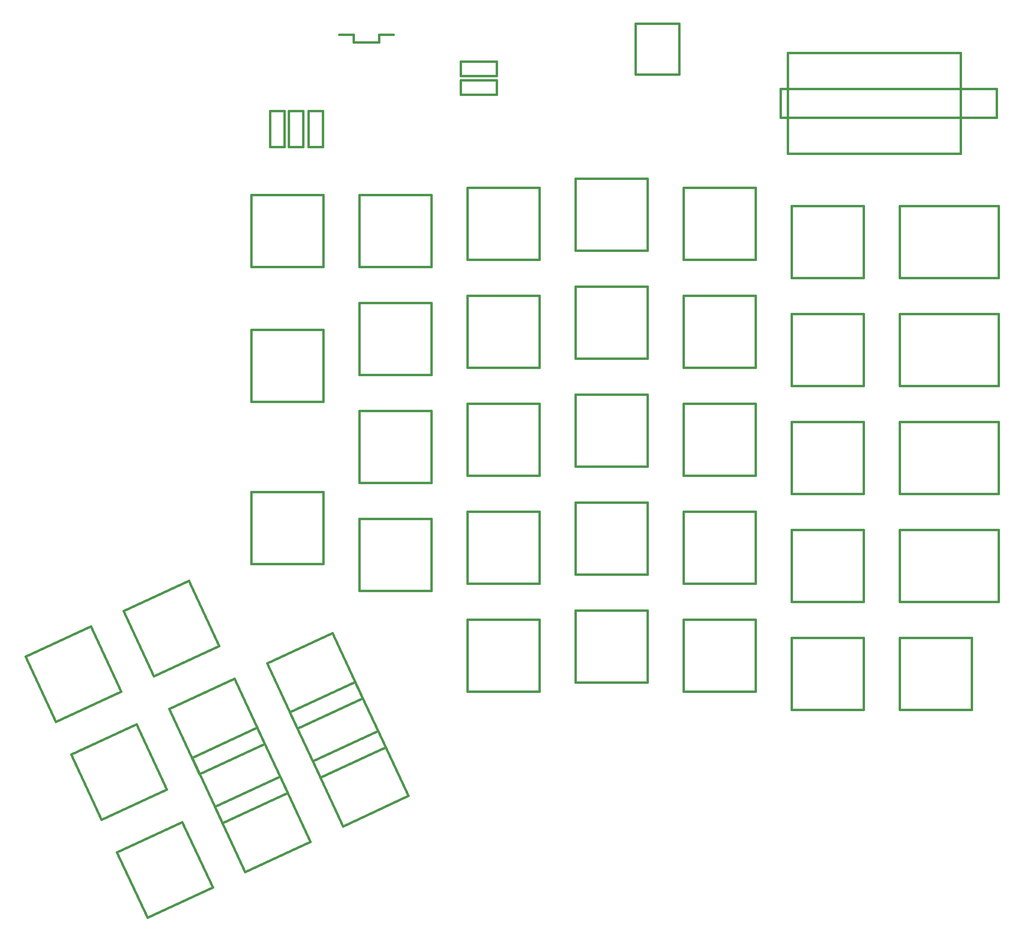
<source format=gbr>
%TF.GenerationSoftware,KiCad,Pcbnew,(5.1.6-0-10_14)*%
%TF.CreationDate,2021-03-26T17:56:54+08:00*%
%TF.ProjectId,ErgoDone,4572676f-446f-46e6-952e-6b696361645f,rev?*%
%TF.SameCoordinates,Original*%
%TF.FileFunction,Other,Comment*%
%FSLAX46Y46*%
G04 Gerber Fmt 4.6, Leading zero omitted, Abs format (unit mm)*
G04 Created by KiCad (PCBNEW (5.1.6-0-10_14)) date 2021-03-26 17:56:54*
%MOMM*%
%LPD*%
G01*
G04 APERTURE LIST*
%ADD10C,0.381000*%
G04 APERTURE END LIST*
D10*
%TO.C,SW0:8*%
X48891892Y-143658120D02*
X43524640Y-132148012D01*
X60402000Y-138290868D02*
X48891892Y-143658120D01*
X55034748Y-126780760D02*
X60402000Y-138290868D01*
X43524640Y-132148012D02*
X55034748Y-126780760D01*
%TO.C,J1*%
X141493240Y-28481020D02*
X133791960Y-28481020D01*
X141493240Y-37480240D02*
X141493240Y-28481020D01*
X133791960Y-37480240D02*
X141493240Y-37480240D01*
X133791960Y-28481020D02*
X133791960Y-37480240D01*
%TO.C,J2*%
X88557100Y-30480000D02*
X91109800Y-30480000D01*
X81508600Y-30480000D02*
X84061300Y-30480000D01*
X84061300Y-31775400D02*
X84061300Y-30480000D01*
X88557100Y-31775400D02*
X84061300Y-31775400D01*
X88557100Y-30480000D02*
X88557100Y-31775400D01*
%TO.C,R1*%
X102990000Y-35195000D02*
X102990000Y-37735000D01*
X109340000Y-35195000D02*
X102990000Y-35195000D01*
X109340000Y-37735000D02*
X109340000Y-35195000D01*
X102990000Y-37735000D02*
X109340000Y-37735000D01*
%TO.C,R2*%
X102997000Y-38481000D02*
X102997000Y-41021000D01*
X109347000Y-38481000D02*
X102997000Y-38481000D01*
X109347000Y-41021000D02*
X109347000Y-38481000D01*
X102997000Y-41021000D02*
X109347000Y-41021000D01*
%TO.C,RA1*%
X71935000Y-43890000D02*
X69395000Y-43890000D01*
X71935000Y-50240000D02*
X71935000Y-43890000D01*
X69395000Y-50240000D02*
X71935000Y-50240000D01*
X69395000Y-43890000D02*
X69395000Y-50240000D01*
%TO.C,RB1*%
X75235000Y-43890000D02*
X72695000Y-43890000D01*
X75235000Y-50240000D02*
X75235000Y-43890000D01*
X72695000Y-50240000D02*
X75235000Y-50240000D01*
X72695000Y-43890000D02*
X72695000Y-50240000D01*
%TO.C,RC1*%
X78635000Y-43890000D02*
X76095000Y-43890000D01*
X78635000Y-50240000D02*
X78635000Y-43890000D01*
X76095000Y-50240000D02*
X78635000Y-50240000D01*
X76095000Y-43890000D02*
X76095000Y-50240000D01*
%TO.C,SW0:7*%
X31627512Y-151707380D02*
X26260260Y-140197272D01*
X43137620Y-146340128D02*
X31627512Y-151707380D01*
X37770368Y-134830020D02*
X43137620Y-146340128D01*
X26260260Y-140197272D02*
X37770368Y-134830020D01*
%TO.C,SW0:9*%
X39676772Y-168971760D02*
X34309520Y-157461652D01*
X51186880Y-163604508D02*
X39676772Y-168971760D01*
X45819628Y-152094400D02*
X51186880Y-163604508D01*
X34309520Y-157461652D02*
X45819628Y-152094400D01*
%TO.C,SW0:10*%
X89741540Y-156136908D02*
X78231432Y-161504160D01*
X84374288Y-144626800D02*
X89741540Y-156136908D01*
X72864180Y-149994052D02*
X84374288Y-144626800D01*
X78231432Y-161504160D02*
X72864180Y-149994052D01*
%TO.C,SW0:11*%
X72477160Y-164188708D02*
X60967052Y-169555960D01*
X67109908Y-152678600D02*
X72477160Y-164188708D01*
X55599800Y-158045852D02*
X67109908Y-152678600D01*
X60967052Y-169555960D02*
X55599800Y-158045852D01*
%TO.C,SW0:12*%
X47728572Y-186238680D02*
X42361320Y-174728572D01*
X59238680Y-180871428D02*
X47728572Y-186238680D01*
X53871428Y-169361320D02*
X59238680Y-180871428D01*
X42361320Y-174728572D02*
X53871428Y-169361320D01*
%TO.C,SW1:9*%
X104140000Y-146377660D02*
X104140000Y-133677660D01*
X116840000Y-146377660D02*
X104140000Y-146377660D01*
X116840000Y-133677660D02*
X116840000Y-146377660D01*
X104140000Y-133677660D02*
X116840000Y-133677660D01*
%TO.C,SW1:10*%
X123190000Y-144780000D02*
X123190000Y-132080000D01*
X135890000Y-144780000D02*
X123190000Y-144780000D01*
X135890000Y-132080000D02*
X135890000Y-144780000D01*
X123190000Y-132080000D02*
X135890000Y-132080000D01*
%TO.C,SW1:11*%
X142240000Y-146377660D02*
X142240000Y-133677660D01*
X154940000Y-146377660D02*
X142240000Y-146377660D01*
X154940000Y-133677660D02*
X154940000Y-146377660D01*
X142240000Y-133677660D02*
X154940000Y-133677660D01*
%TO.C,SW1:12*%
X161290000Y-149552660D02*
X161290000Y-136852660D01*
X173990000Y-149552660D02*
X161290000Y-149552660D01*
X173990000Y-136852660D02*
X173990000Y-149552660D01*
X161290000Y-136852660D02*
X173990000Y-136852660D01*
%TO.C,SW1:13*%
X180340000Y-149552660D02*
X180340000Y-136852660D01*
X193040000Y-149552660D02*
X180340000Y-149552660D01*
X193040000Y-136852660D02*
X193040000Y-149552660D01*
X180340000Y-136852660D02*
X193040000Y-136852660D01*
%TO.C,SW2:7*%
X78740000Y-123835160D02*
X66040000Y-123835160D01*
X78740000Y-111135160D02*
X78740000Y-123835160D01*
X66040000Y-111135160D02*
X78740000Y-111135160D01*
X66040000Y-123835160D02*
X66040000Y-111135160D01*
%TO.C,SW2:8*%
X85090000Y-128597660D02*
X85090000Y-115897660D01*
X97790000Y-128597660D02*
X85090000Y-128597660D01*
X97790000Y-115897660D02*
X97790000Y-128597660D01*
X85090000Y-115897660D02*
X97790000Y-115897660D01*
%TO.C,SW2:9*%
X104140000Y-127327660D02*
X104140000Y-114627660D01*
X116840000Y-127327660D02*
X104140000Y-127327660D01*
X116840000Y-114627660D02*
X116840000Y-127327660D01*
X104140000Y-114627660D02*
X116840000Y-114627660D01*
%TO.C,SW2:10*%
X123190000Y-125730000D02*
X123190000Y-113030000D01*
X135890000Y-125730000D02*
X123190000Y-125730000D01*
X135890000Y-113030000D02*
X135890000Y-125730000D01*
X123190000Y-113030000D02*
X135890000Y-113030000D01*
%TO.C,SW2:11*%
X142240000Y-127327660D02*
X142240000Y-114627660D01*
X154940000Y-127327660D02*
X142240000Y-127327660D01*
X154940000Y-114627660D02*
X154940000Y-127327660D01*
X142240000Y-114627660D02*
X154940000Y-114627660D01*
%TO.C,SW2:12*%
X161290000Y-130502660D02*
X161290000Y-117802660D01*
X173990000Y-130502660D02*
X161290000Y-130502660D01*
X173990000Y-117802660D02*
X173990000Y-130502660D01*
X161290000Y-117802660D02*
X173990000Y-117802660D01*
%TO.C,SW3:8*%
X85090000Y-109547660D02*
X85090000Y-96847660D01*
X97790000Y-109547660D02*
X85090000Y-109547660D01*
X97790000Y-96847660D02*
X97790000Y-109547660D01*
X85090000Y-96847660D02*
X97790000Y-96847660D01*
%TO.C,SW3:9*%
X104140000Y-108277660D02*
X104140000Y-95577660D01*
X116840000Y-108277660D02*
X104140000Y-108277660D01*
X116840000Y-95577660D02*
X116840000Y-108277660D01*
X104140000Y-95577660D02*
X116840000Y-95577660D01*
%TO.C,SW3:10*%
X123190000Y-106680000D02*
X123190000Y-93980000D01*
X135890000Y-106680000D02*
X123190000Y-106680000D01*
X135890000Y-93980000D02*
X135890000Y-106680000D01*
X123190000Y-93980000D02*
X135890000Y-93980000D01*
%TO.C,SW3:11*%
X142240000Y-108277660D02*
X142240000Y-95577660D01*
X154940000Y-108277660D02*
X142240000Y-108277660D01*
X154940000Y-95577660D02*
X154940000Y-108277660D01*
X142240000Y-95577660D02*
X154940000Y-95577660D01*
%TO.C,SW3:12*%
X161290000Y-111452660D02*
X161290000Y-98752660D01*
X173990000Y-111452660D02*
X161290000Y-111452660D01*
X173990000Y-98752660D02*
X173990000Y-111452660D01*
X161290000Y-98752660D02*
X173990000Y-98752660D01*
%TO.C,SW4:7*%
X78740000Y-95260160D02*
X66040000Y-95260160D01*
X78740000Y-82560160D02*
X78740000Y-95260160D01*
X66040000Y-82560160D02*
X78740000Y-82560160D01*
X66040000Y-95260160D02*
X66040000Y-82560160D01*
%TO.C,SW4:8*%
X85090000Y-90497660D02*
X85090000Y-77797660D01*
X97790000Y-90497660D02*
X85090000Y-90497660D01*
X97790000Y-77797660D02*
X97790000Y-90497660D01*
X85090000Y-77797660D02*
X97790000Y-77797660D01*
%TO.C,SW4:9*%
X104140000Y-89227660D02*
X104140000Y-76527660D01*
X116840000Y-89227660D02*
X104140000Y-89227660D01*
X116840000Y-76527660D02*
X116840000Y-89227660D01*
X104140000Y-76527660D02*
X116840000Y-76527660D01*
%TO.C,SW4:10*%
X123190000Y-87630000D02*
X123190000Y-74930000D01*
X135890000Y-87630000D02*
X123190000Y-87630000D01*
X135890000Y-74930000D02*
X135890000Y-87630000D01*
X123190000Y-74930000D02*
X135890000Y-74930000D01*
%TO.C,SW4:11*%
X142240000Y-89227660D02*
X142240000Y-76527660D01*
X154940000Y-89227660D02*
X142240000Y-89227660D01*
X154940000Y-76527660D02*
X154940000Y-89227660D01*
X142240000Y-76527660D02*
X154940000Y-76527660D01*
%TO.C,SW4:12*%
X161290000Y-92402660D02*
X161290000Y-79702660D01*
X173990000Y-92402660D02*
X161290000Y-92402660D01*
X173990000Y-79702660D02*
X173990000Y-92402660D01*
X161290000Y-79702660D02*
X173990000Y-79702660D01*
%TO.C,SW4:13*%
X180340000Y-92402660D02*
X180340000Y-79702660D01*
X197802500Y-92402660D02*
X180340000Y-92402660D01*
X197802500Y-79702660D02*
X197802500Y-92402660D01*
X180340000Y-79702660D02*
X197802500Y-79702660D01*
%TO.C,SW5:7*%
X66040000Y-71450200D02*
X66040000Y-58750200D01*
X78740000Y-71450200D02*
X66040000Y-71450200D01*
X78740000Y-58750200D02*
X78740000Y-71450200D01*
X66040000Y-58750200D02*
X78740000Y-58750200D01*
%TO.C,SW5:8*%
X85090000Y-71450200D02*
X85090000Y-58750200D01*
X97790000Y-71450200D02*
X85090000Y-71450200D01*
X97790000Y-58750200D02*
X97790000Y-71450200D01*
X85090000Y-58750200D02*
X97790000Y-58750200D01*
%TO.C,SW5:9*%
X104140000Y-70177660D02*
X104140000Y-57477660D01*
X116840000Y-70177660D02*
X104140000Y-70177660D01*
X116840000Y-57477660D02*
X116840000Y-70177660D01*
X104140000Y-57477660D02*
X116840000Y-57477660D01*
%TO.C,SW5:10*%
X123190000Y-68580000D02*
X123190000Y-55880000D01*
X135890000Y-68580000D02*
X123190000Y-68580000D01*
X135890000Y-55880000D02*
X135890000Y-68580000D01*
X123190000Y-55880000D02*
X135890000Y-55880000D01*
%TO.C,SW5:11*%
X142240000Y-70177660D02*
X142240000Y-57477660D01*
X154940000Y-70177660D02*
X142240000Y-70177660D01*
X154940000Y-57477660D02*
X154940000Y-70177660D01*
X142240000Y-57477660D02*
X154940000Y-57477660D01*
%TO.C,SW5:12*%
X161290000Y-73355200D02*
X161290000Y-60655200D01*
X173990000Y-73355200D02*
X161290000Y-73355200D01*
X173990000Y-60655200D02*
X173990000Y-73355200D01*
X161290000Y-60655200D02*
X173990000Y-60655200D01*
%TO.C,SW5:13*%
X180340000Y-73355200D02*
X180340000Y-60655200D01*
X197802500Y-73355200D02*
X180340000Y-73355200D01*
X197802500Y-60655200D02*
X197802500Y-73355200D01*
X180340000Y-60655200D02*
X197802500Y-60655200D01*
%TO.C,SX0:10*%
X88402728Y-153260260D02*
X93769980Y-164770368D01*
X76892620Y-158627512D02*
X88402728Y-153260260D01*
X82259872Y-170137620D02*
X76892620Y-158627512D01*
X93769980Y-164770368D02*
X82259872Y-170137620D01*
%TO.C,SX0:11*%
X71135808Y-161309520D02*
X76503060Y-172819628D01*
X59625700Y-166676772D02*
X71135808Y-161309520D01*
X64992952Y-178186880D02*
X59625700Y-166676772D01*
X76503060Y-172819628D02*
X64992952Y-178186880D01*
%TO.C,U1*%
X191135000Y-51435000D02*
X160655000Y-51435000D01*
X191135000Y-33655000D02*
X191135000Y-51435000D01*
X160655000Y-33655000D02*
X191135000Y-33655000D01*
X160655000Y-51435000D02*
X160655000Y-33655000D01*
%TO.C,U2*%
X159370000Y-45060000D02*
X159370000Y-39980000D01*
X197470000Y-45060000D02*
X159370000Y-45060000D01*
X197470000Y-39980000D02*
X197470000Y-45060000D01*
X159370000Y-39980000D02*
X197470000Y-39980000D01*
%TO.C,SX1:7*%
X56943692Y-160922500D02*
X51576440Y-149412392D01*
X68453800Y-155555248D02*
X56943692Y-160922500D01*
X63086548Y-144045140D02*
X68453800Y-155555248D01*
X51576440Y-149412392D02*
X63086548Y-144045140D01*
%TO.C,SX1:8*%
X74208072Y-152870700D02*
X68840820Y-141360592D01*
X85718180Y-147503448D02*
X74208072Y-152870700D01*
X80350928Y-135993340D02*
X85718180Y-147503448D01*
X68840820Y-141360592D02*
X80350928Y-135993340D01*
%TO.C,SW2:13*%
X180340000Y-130502660D02*
X180340000Y-117802660D01*
X197802500Y-130502660D02*
X180340000Y-130502660D01*
X197802500Y-117802660D02*
X197802500Y-130502660D01*
X180340000Y-117802660D02*
X197802500Y-117802660D01*
%TO.C,SW3:13*%
X180340000Y-111452660D02*
X180340000Y-98752660D01*
X197802500Y-111452660D02*
X180340000Y-111452660D01*
X197802500Y-98752660D02*
X197802500Y-111452660D01*
X180340000Y-98752660D02*
X197802500Y-98752660D01*
%TD*%
M02*

</source>
